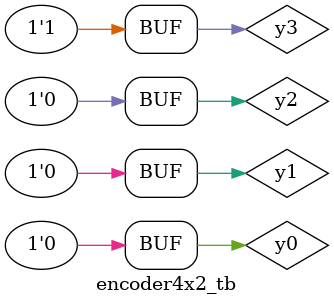
<source format=v>
module encoder4x2(y3,y2,y1,y0,a1,a0);
  input y3,y2,y1,y0;
  output a1,a0;
  or(a0,y1,y3);
  or(a1,y2,y3);
endmodule

//testbench
module encoder4x2_tb;
  reg y3,y2,y1,y0;
  wire a1,a0;
   encoder4x2 ins1(y3,y2,y1,y0,a1,a0);
  initial
begin
  $dumpfile("encoder4x2.vcd");
   $dumpvars(1);
end
initial
begin
      y3=1'b0; y2=1'b0; y1=1'b0; y0=1'b1;
   #5 y3=1'b0; y2=1'b0; y1=1'b1; y0=1'b0;
   #5 y3=1'b0; y2=1'b1; y1=1'b0; y0=1'b0;
   #5 y3=1'b1; y2=1'b0; y1=1'b0; y0=1'b0;
end
initial
  $monitor("simtime=%0g, y3=%b, y2=%b, y1=%b, y0=%b, a1=%b, a0=%b", $time, y3,y2,y1,y0,a1,a0);
endmodule

</source>
